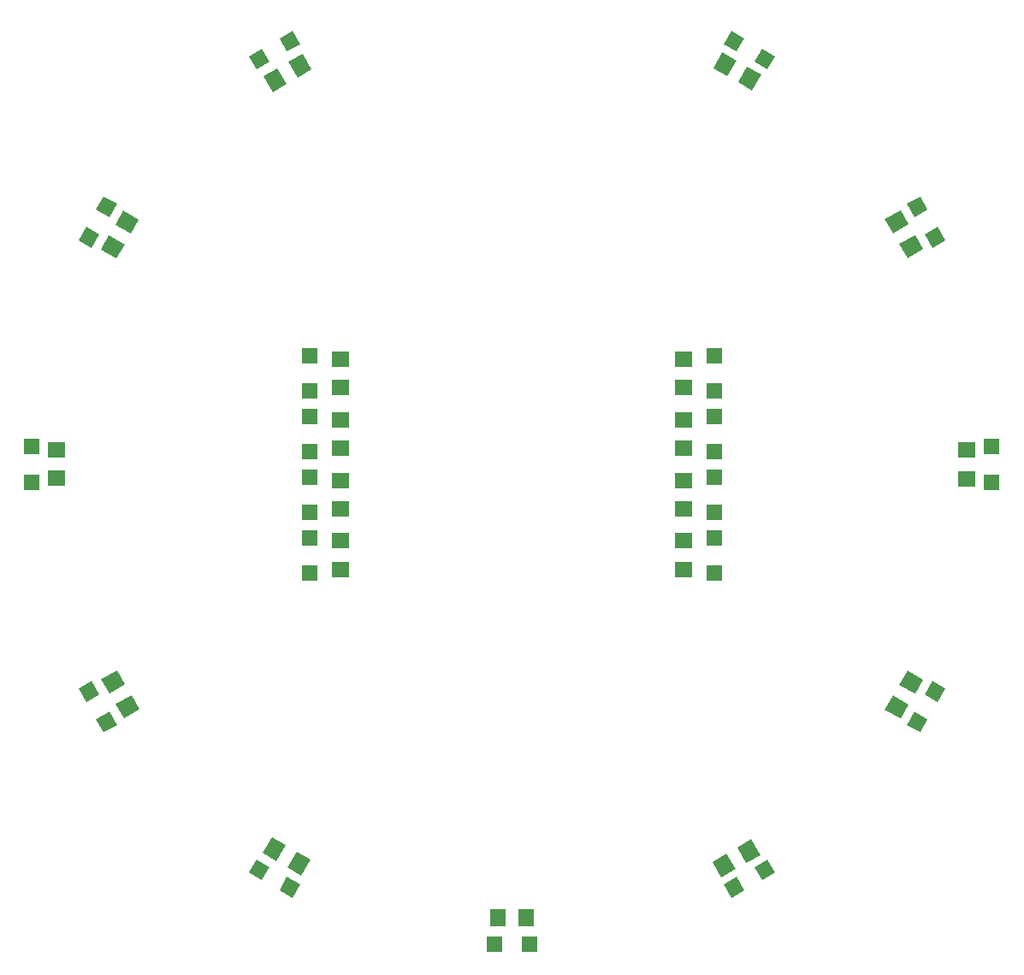
<source format=gtp>
G04 EAGLE Gerber RS-274X export*
G75*
%MOMM*%
%FSLAX34Y34*%
%LPD*%
%INSolderpaste Top*%
%IPPOS*%
%AMOC8*
5,1,8,0,0,1.08239X$1,22.5*%
G01*
%ADD10R,1.500000X1.500000*%
%ADD11R,1.500000X1.500000*%
%ADD12R,1.803000X1.600000*%
%ADD13R,1.600000X1.803000*%


D10*
X300000Y607500D03*
X300000Y572500D03*
D11*
G36*
X730090Y921495D02*
X722590Y908505D01*
X709600Y916005D01*
X717100Y928995D01*
X730090Y921495D01*
G37*
G36*
X760400Y903995D02*
X752900Y891005D01*
X739910Y898505D01*
X747410Y911495D01*
X760400Y903995D01*
G37*
G36*
X911495Y752410D02*
X898505Y744910D01*
X891005Y757900D01*
X903995Y765400D01*
X911495Y752410D01*
G37*
G36*
X928995Y722100D02*
X916005Y714600D01*
X908505Y727590D01*
X921495Y735090D01*
X928995Y722100D01*
G37*
D10*
X975000Y517500D03*
X975000Y482500D03*
D11*
G36*
X898505Y255090D02*
X911495Y247590D01*
X903995Y234600D01*
X891005Y242100D01*
X898505Y255090D01*
G37*
G36*
X916005Y285400D02*
X928995Y277900D01*
X921495Y264910D01*
X908505Y272410D01*
X916005Y285400D01*
G37*
G36*
X722590Y91495D02*
X730090Y78505D01*
X717100Y71005D01*
X709600Y83995D01*
X722590Y91495D01*
G37*
G36*
X752900Y108995D02*
X760400Y96005D01*
X747410Y88505D01*
X739910Y101495D01*
X752900Y108995D01*
G37*
D10*
X482500Y25000D03*
X517500Y25000D03*
D11*
G36*
X260090Y101495D02*
X252590Y88505D01*
X239600Y96005D01*
X247100Y108995D01*
X260090Y101495D01*
G37*
G36*
X290400Y83995D02*
X282900Y71005D01*
X269910Y78505D01*
X277410Y91495D01*
X290400Y83995D01*
G37*
G36*
X91495Y272410D02*
X78505Y264910D01*
X71005Y277900D01*
X83995Y285400D01*
X91495Y272410D01*
G37*
G36*
X108995Y242100D02*
X96005Y234600D01*
X88505Y247590D01*
X101495Y255090D01*
X108995Y242100D01*
G37*
D10*
X25000Y482500D03*
X25000Y517500D03*
X300000Y547500D03*
X300000Y512500D03*
D11*
G36*
X78505Y735090D02*
X91495Y727590D01*
X83995Y714600D01*
X71005Y722100D01*
X78505Y735090D01*
G37*
G36*
X96005Y765400D02*
X108995Y757900D01*
X101495Y744910D01*
X88505Y752410D01*
X96005Y765400D01*
G37*
G36*
X252590Y911495D02*
X260090Y898505D01*
X247100Y891005D01*
X239600Y903995D01*
X252590Y911495D01*
G37*
G36*
X282900Y928995D02*
X290400Y916005D01*
X277410Y908505D01*
X269910Y921495D01*
X282900Y928995D01*
G37*
D10*
X300000Y487500D03*
X300000Y452500D03*
X300000Y427500D03*
X300000Y392500D03*
X700000Y607500D03*
X700000Y572500D03*
X700000Y547500D03*
X700000Y512500D03*
X700000Y487500D03*
X700000Y452500D03*
X700000Y427500D03*
X700000Y392500D03*
D12*
X330000Y604220D03*
X330000Y575780D03*
D13*
G36*
X301750Y890903D02*
X287895Y882903D01*
X278880Y898517D01*
X292735Y906517D01*
X301750Y890903D01*
G37*
G36*
X277120Y876683D02*
X263265Y868683D01*
X254250Y884297D01*
X268105Y892297D01*
X277120Y876683D01*
G37*
D12*
X950000Y485980D03*
X950000Y514420D03*
D13*
G36*
X291735Y93083D02*
X277880Y101083D01*
X286895Y116697D01*
X300750Y108697D01*
X291735Y93083D01*
G37*
G36*
X267105Y107303D02*
X253250Y115303D01*
X262265Y130917D01*
X276120Y122917D01*
X267105Y107303D01*
G37*
G36*
X906917Y286735D02*
X898917Y272880D01*
X883303Y281895D01*
X891303Y295750D01*
X906917Y286735D01*
G37*
G36*
X892697Y262105D02*
X884697Y248250D01*
X869083Y257265D01*
X877083Y271120D01*
X892697Y262105D01*
G37*
G36*
X745750Y113303D02*
X731895Y105303D01*
X722880Y120917D01*
X736735Y128917D01*
X745750Y113303D01*
G37*
G36*
X721120Y99083D02*
X707265Y91083D01*
X698250Y106697D01*
X712105Y114697D01*
X721120Y99083D01*
G37*
X514220Y51000D03*
X485780Y51000D03*
D12*
X670000Y455780D03*
X670000Y484220D03*
X670000Y575780D03*
X670000Y604220D03*
X330000Y455780D03*
X330000Y484220D03*
D13*
G36*
X737735Y870083D02*
X723880Y878083D01*
X732895Y893697D01*
X746750Y885697D01*
X737735Y870083D01*
G37*
G36*
X713105Y884303D02*
X699250Y892303D01*
X708265Y907917D01*
X722120Y899917D01*
X713105Y884303D01*
G37*
G36*
X109197Y296150D02*
X117197Y282295D01*
X101583Y273280D01*
X93583Y287135D01*
X109197Y296150D01*
G37*
G36*
X123417Y271520D02*
X131417Y257665D01*
X115803Y248650D01*
X107803Y262505D01*
X123417Y271520D01*
G37*
G36*
X891303Y704250D02*
X883303Y718105D01*
X898917Y727120D01*
X906917Y713265D01*
X891303Y704250D01*
G37*
G36*
X877083Y728880D02*
X869083Y742735D01*
X884697Y751750D01*
X892697Y737895D01*
X877083Y728880D01*
G37*
D12*
X49500Y486180D03*
X49500Y514620D03*
D13*
G36*
X93083Y712665D02*
X101083Y726520D01*
X116697Y717505D01*
X108697Y703650D01*
X93083Y712665D01*
G37*
G36*
X107303Y737295D02*
X115303Y751150D01*
X130917Y742135D01*
X122917Y728280D01*
X107303Y737295D01*
G37*
D12*
X670000Y544220D03*
X670000Y515780D03*
X330000Y424220D03*
X330000Y395780D03*
X330000Y544220D03*
X330000Y515780D03*
X670000Y395780D03*
X670000Y424220D03*
M02*

</source>
